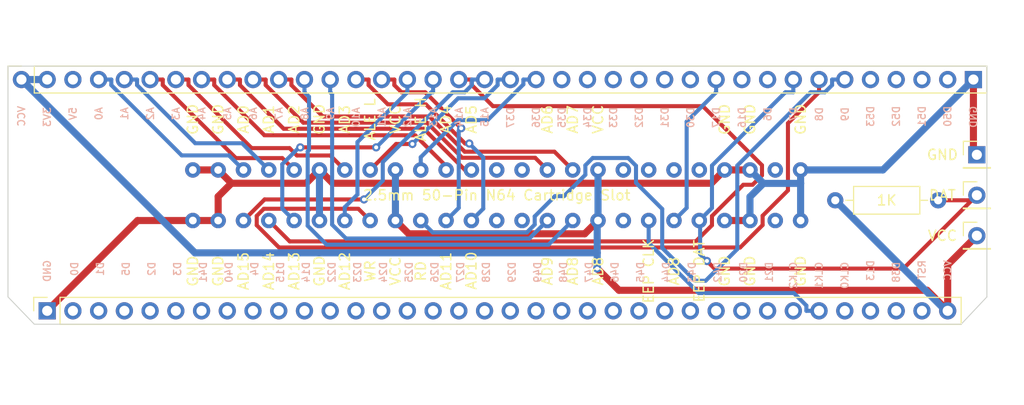
<source format=kicad_pcb>
(kicad_pcb (version 20211014) (generator pcbnew)
  (title_block (title "OSCR N64 ADAPTER") (date "2021-10-31") (rev "V1"))
  (layers (0 "F.Cu" signal) (31 "B.Cu" signal) (34 "B.Paste" user) (35 "F.Paste" user) (36 "B.SilkS" user "B.Silkscreen") (37 "F.SilkS" user "F.Silkscreen") (38 "B.Mask" user) (39 "F.Mask" user) (44 "Edge.Cuts" user))
  (net 0 "")
  (net 1 "D30")
  (net 2 "D31")
  (net 3 "D28")
  (net 4 "D29")
  (net 5 "D26")
  (net 6 "D27")
  (net 7 "D24")
  (net 8 "D25")
  (net 9 "D22")
  (net 10 "D23")
  (net 15 "D17")
  (net 16 "D14")
  (net 17 "D15")
  (net 20 "D8")
  (net 21 "D9")
  (net 22 "D6")
  (net 23 "D7")
  (net 24 "D4")
  (net 26 "D2")
  (net 27 "D3")
  (net 31 "VCC")
  (net 32 "GND")
  (net 33 "D46")
  (net 34 "D47")
  (net 35 "D44")
  (net 36 "D45")
  (net 37 "D42")
  (net 38 "D43")
  (net 40 "+5V")
  (net 41 "D36")
  (net 42 "D37")
  (net 43 "D34")
  (net 44 "D32")
  (net 45 "D33")
  (net 46 "A14")
  (net 47 "A15")
  (net 48 "A12")
  (net 49 "A13")
  (net 50 "A10")
  (net 51 "A11")
  (net 52 "A8")
  (net 53 "A9")
  (net 54 "A6")
  (net 55 "A7")
  (net 56 "A4")
  (net 57 "A5")
  (net 58 "A2")
  (net 59 "A3")
  (net 60 "A0")
  (net 61 "A1")
  (net 62 "D35")
  (net 63 "D16")
  (net 64 "D53")
  (net 65 "D52")
  (net 66 "D51")
  (net 67 "D49")
  (net 68 "D48")
  (net 69 "CLK2")
  (net 70 "CLK1")
  (net 71 "CLK0")
  (net 72 "D50")
  (net 73 "D0")
  (net 74 "D1")
  (net 75 "D5")
  (net 76 "D41")
  (net 77 "D40")
  (net 78 "D20")
  (net 79 "D21")
  (net 80 "D13")
  (net 81 "D38")
  (net 82 "RESET")
  (footprint "!sanni:N64 Slot" (layer "F.Cu") (at 119.48 95.33)
    (fp_text reference "J1" hide)
    (fp_text value "N64_Slot")
    (pad "1" thru_hole circle (at 0 0) (size 1.524 1.524) (drill 0.762) (layers *.Cu *.Mask) (net 32 "GND"))
    (pad "2" thru_hole circle (at 2.5 0) (size 1.524 1.524) (drill 0.762) (layers *.Cu *.Mask) (net 32 "GND"))
    (pad "3" thru_hole circle (at 5 0) (size 1.524 1.524) (drill 0.762) (layers *.Cu *.Mask) (net 47 "A15"))
    (pad "4" thru_hole circle (at 7.5 0) (size 1.524 1.524) (drill 0.762) (layers *.Cu *.Mask) (net 46 "A14"))
    (pad "5" thru_hole circle (at 10 0) (size 1.524 1.524) (drill 0.762) (layers *.Cu *.Mask) (net 49 "A13"))
    (pad "6" thru_hole circle (at 12.5 0) (size 1.524 1.524) (drill 0.762) (layers *.Cu *.Mask) (net 32 "GND"))
    (pad "7" thru_hole circle (at 15 0) (size 1.524 1.524) (drill 0.762) (layers *.Cu *.Mask) (net 48 "A12"))
    (pad "8" thru_hole circle (at 17.5 0) (size 1.524 1.524) (drill 0.762) (layers *.Cu *.Mask) (net 20 "D8"))
    (pad "9" thru_hole circle (at 20 0) (size 1.524 1.524) (drill 0.762) (layers *.Cu *.Mask) (net 31 "VCC"))
    (pad "10" thru_hole circle (at 22.5 0) (size 1.524 1.524) (drill 0.762) (layers *.Cu *.Mask) (net 21 "D9"))
    (pad "11" thru_hole circle (at 25 0) (size 1.524 1.524) (drill 0.762) (layers *.Cu *.Mask) (net 51 "A11"))
    (pad "12" thru_hole circle (at 27.5 0) (size 1.524 1.524) (drill 0.762) (layers *.Cu *.Mask) (net 50 "A10"))
    (pad "13" thru_hole circle (at 30 0) (size 1.524 1.524) (drill 0.762) (layers *.Cu *.Mask))
    (pad "14" thru_hole circle (at 32.5 0) (size 1.524 1.524) (drill 0.762) (layers *.Cu *.Mask))
    (pad "15" thru_hole circle (at 35 0) (size 1.524 1.524) (drill 0.762) (layers *.Cu *.Mask) (net 53 "A9"))
    (pad "16" thru_hole circle (at 37.5 0) (size 1.524 1.524) (drill 0.762) (layers *.Cu *.Mask) (net 52 "A8"))
    (pad "17" thru_hole circle (at 40 0) (size 1.524 1.524) (drill 0.762) (layers *.Cu *.Mask) (net 31 "VCC"))
    (pad "18" thru_hole circle (at 42.5 0) (size 1.524 1.524) (drill 0.762) (layers *.Cu *.Mask))
    (pad "19" thru_hole circle (at 45 0) (size 1.524 1.524) (drill 0.762) (layers *.Cu *.Mask) (net 70 "CLK1"))
    (pad "20" thru_hole circle (at 47.5 0) (size 1.524 1.524) (drill 0.762) (layers *.Cu *.Mask) (net 15 "D17"))
    (pad "21" thru_hole circle (at 50 0) (size 1.524 1.524) (drill 0.762) (layers *.Cu *.Mask) (net 23 "D7"))
    (pad "22" thru_hole circle (at 52.5 0) (size 1.524 1.524) (drill 0.762) (layers *.Cu *.Mask) (net 32 "GND"))
    (pad "23" thru_hole circle (at 55 0) (size 1.524 1.524) (drill 0.762) (layers *.Cu *.Mask) (net 32 "GND"))
    (pad "24" thru_hole circle (at 57.5 0) (size 1.524 1.524) (drill 0.762) (layers *.Cu *.Mask))
    (pad "25" thru_hole circle (at 60 0) (size 1.524 1.524) (drill 0.762) (layers *.Cu *.Mask) (net 32 "GND"))
    (pad "26" thru_hole circle (at 0 -5) (size 1.524 1.524) (drill 0.762) (layers *.Cu *.Mask) (net 32 "GND"))
    (pad "27" thru_hole circle (at 2.5 -5) (size 1.524 1.524) (drill 0.762) (layers *.Cu *.Mask) (net 32 "GND"))
    (pad "28" thru_hole circle (at 5 -5) (size 1.524 1.524) (drill 0.762) (layers *.Cu *.Mask) (net 60 "A0"))
    (pad "29" thru_hole circle (at 7.5 -5) (size 1.524 1.524) (drill 0.762) (layers *.Cu *.Mask) (net 61 "A1"))
    (pad "30" thru_hole circle (at 10 -5) (size 1.524 1.524) (drill 0.762) (layers *.Cu *.Mask) (net 58 "A2"))
    (pad "31" thru_hole circle (at 12.5 -5) (size 1.524 1.524) (drill 0.762) (layers *.Cu *.Mask) (net 32 "GND"))
    (pad "32" thru_hole circle (at 15 -5) (size 1.524 1.524) (drill 0.762) (layers *.Cu *.Mask) (net 59 "A3"))
    (pad "33" thru_hole circle (at 17.5 -5) (size 1.524 1.524) (drill 0.762) (layers *.Cu *.Mask) (net 42 "D37"))
    (pad "34" thru_hole circle (at 20 -5) (size 1.524 1.524) (drill 0.762) (layers *.Cu *.Mask) (net 31 "VCC"))
    (pad "35" thru_hole circle (at 22.5 -5) (size 1.524 1.524) (drill 0.762) (layers *.Cu *.Mask) (net 41 "D36"))
    (pad "36" thru_hole circle (at 25 -5) (size 1.524 1.524) (drill 0.762) (layers *.Cu *.Mask) (net 56 "A4"))
    (pad "37" thru_hole circle (at 27.5 -5) (size 1.524 1.524) (drill 0.762) (layers *.Cu *.Mask) (net 57 "A5"))
    (pad "38" thru_hole circle (at 30 -5) (size 1.524 1.524) (drill 0.762) (layers *.Cu *.Mask))
    (pad "39" thru_hole circle (at 32.5 -5) (size 1.524 1.524) (drill 0.762) (layers *.Cu *.Mask))
    (pad "40" thru_hole circle (at 35 -5) (size 1.524 1.524) (drill 0.762) (layers *.Cu *.Mask) (net 54 "A6"))
    (pad "41" thru_hole circle (at 37.5 -5) (size 1.524 1.524) (drill 0.762) (layers *.Cu *.Mask) (net 55 "A7"))
    (pad "42" thru_hole circle (at 40 -5) (size 1.524 1.524) (drill 0.762) (layers *.Cu *.Mask) (net 31 "VCC"))
    (pad "43" thru_hole circle (at 42.5 -5) (size 1.524 1.524) (drill 0.762) (layers *.Cu *.Mask))
    (pad "44" thru_hole circle (at 45 -5) (size 1.524 1.524) (drill 0.762) (layers *.Cu *.Mask))
    (pad "45" thru_hole circle (at 47.5 -5) (size 1.524 1.524) (drill 0.762) (layers *.Cu *.Mask))
    (pad "46" thru_hole circle (at 50 -5) (size 1.524 1.524) (drill 0.762) (layers *.Cu *.Mask))
    (pad "47" thru_hole circle (at 52.5 -5) (size 1.524 1.524) (drill 0.762) (layers *.Cu *.Mask) (net 32 "GND"))
    (pad "48" thru_hole circle (at 55 -5) (size 1.524 1.524) (drill 0.762) (layers *.Cu *.Mask) (net 32 "GND"))
    (pad "49" thru_hole circle (at 57.5 -5) (size 1.524 1.524) (drill 0.762) (layers *.Cu *.Mask))
    (pad "50" thru_hole circle (at 60 -5) (size 1.524 1.524) (drill 0.762) (layers *.Cu *.Mask) (net 32 "GND"))
  )
  (footprint "Connector_PinSocket_2.54mm:PinSocket_1x36_P2.54mm_Vertical" (layer "F.Cu") (at 105.1 104.255 90)
    (fp_text reference "J3")
    (fp_text value "CART SLOT BOTTOM ROW")
    (fp_line (start 1.33 1.27) (end 1.33 90.23) (layer "F.SilkS") (width 0.12))
    (fp_line (start -1.33 1.27) (end -1.33 90.23) (layer "F.SilkS") (width 0.12))
    (fp_line (start -1.33 90.23) (end 1.33 90.23) (layer "F.SilkS") (width 0.12))
    (fp_line (start 0 -1.33) (end 1.33 -1.33) (layer "F.SilkS") (width 0.12))
    (fp_line (start 1.33 -1.33) (end 1.33 0) (layer "F.SilkS") (width 0.12))
    (fp_line (start -1.33 1.27) (end 1.33 1.27) (layer "F.SilkS") (width 0.12))
    (pad "1" thru_hole rect locked (at 0 0 90) (size 1.7 1.7) (drill 1) (layers *.Cu *.Mask) (net 32 "GND"))
    (pad "2" thru_hole oval locked (at 0 2.54 90) (size 1.7 1.7) (drill 1) (layers *.Cu *.Mask) (net 73 "D0"))
    (pad "3" thru_hole oval locked (at 0 5.08 90) (size 1.7 1.7) (drill 1) (layers *.Cu *.Mask) (net 74 "D1"))
    (pad "4" thru_hole oval locked (at 0 7.62 90) (size 1.7 1.7) (drill 1) (layers *.Cu *.Mask) (net 75 "D5"))
    (pad "5" thru_hole oval locked (at 0 10.16 90) (size 1.7 1.7) (drill 1) (layers *.Cu *.Mask) (net 26 "D2"))
    (pad "6" thru_hole oval locked (at 0 12.7 90) (size 1.7 1.7) (drill 1) (layers *.Cu *.Mask) (net 27 "D3"))
    (pad "7" thru_hole oval locked (at 0 15.24 90) (size 1.7 1.7) (drill 1) (layers *.Cu *.Mask) (net 76 "D41"))
    (pad "8" thru_hole oval locked (at 0 17.78 90) (size 1.7 1.7) (drill 1) (layers *.Cu *.Mask) (net 77 "D40"))
    (pad "9" thru_hole oval locked (at 0 20.32 90) (size 1.7 1.7) (drill 1) (layers *.Cu *.Mask) (net 24 "D4"))
    (pad "10" thru_hole oval locked (at 0 22.86 90) (size 1.7 1.7) (drill 1) (layers *.Cu *.Mask) (net 17 "D15"))
    (pad "11" thru_hole oval locked (at 0 25.4 90) (size 1.7 1.7) (drill 1) (layers *.Cu *.Mask) (net 16 "D14"))
    (pad "12" thru_hole oval locked (at 0 27.94 90) (size 1.7 1.7) (drill 1) (layers *.Cu *.Mask) (net 9 "D22"))
    (pad "13" thru_hole oval locked (at 0 30.48 90) (size 1.7 1.7) (drill 1) (layers *.Cu *.Mask) (net 10 "D23"))
    (pad "14" thru_hole oval locked (at 0 33.02 90) (size 1.7 1.7) (drill 1) (layers *.Cu *.Mask) (net 7 "D24"))
    (pad "15" thru_hole oval locked (at 0 35.56 90) (size 1.7 1.7) (drill 1) (layers *.Cu *.Mask) (net 8 "D25"))
    (pad "16" thru_hole oval locked (at 0 38.1 90) (size 1.7 1.7) (drill 1) (layers *.Cu *.Mask) (net 5 "D26"))
    (pad "17" thru_hole oval locked (at 0 40.64 90) (size 1.7 1.7) (drill 1) (layers *.Cu *.Mask) (net 6 "D27"))
    (pad "18" thru_hole oval locked (at 0 43.18 90) (size 1.7 1.7) (drill 1) (layers *.Cu *.Mask) (net 3 "D28"))
    (pad "19" thru_hole oval locked (at 0 45.72 90) (size 1.7 1.7) (drill 1) (layers *.Cu *.Mask) (net 4 "D29"))
    (pad "20" thru_hole oval locked (at 0 48.26 90) (size 1.7 1.7) (drill 1) (layers *.Cu *.Mask) (net 67 "D49"))
    (pad "21" thru_hole oval locked (at 0 50.8 90) (size 1.7 1.7) (drill 1) (layers *.Cu *.Mask) (net 68 "D48"))
    (pad "22" thru_hole oval locked (at 0 53.34 90) (size 1.7 1.7) (drill 1) (layers *.Cu *.Mask) (net 34 "D47"))
    (pad "23" thru_hole oval locked (at 0 55.88 90) (size 1.7 1.7) (drill 1) (layers *.Cu *.Mask) (net 33 "D46"))
    (pad "24" thru_hole oval locked (at 0 58.42 90) (size 1.7 1.7) (drill 1) (layers *.Cu *.Mask) (net 36 "D45"))
    (pad "25" thru_hole oval locked (at 0 60.96 90) (size 1.7 1.7) (drill 1) (layers *.Cu *.Mask) (net 35 "D44"))
    (pad "26" thru_hole oval locked (at 0 63.5 90) (size 1.7 1.7) (drill 1) (layers *.Cu *.Mask) (net 38 "D43"))
    (pad "27" thru_hole oval locked (at 0 66.04 90) (size 1.7 1.7) (drill 1) (layers *.Cu *.Mask) (net 37 "D42"))
    (pad "28" thru_hole oval locked (at 0 68.58 90) (size 1.7 1.7) (drill 1) (layers *.Cu *.Mask) (net 78 "D20"))
    (pad "29" thru_hole oval locked (at 0 71.12 90) (size 1.7 1.7) (drill 1) (layers *.Cu *.Mask) (net 79 "D21"))
    (pad "30" thru_hole oval locked (at 0 73.66 90) (size 1.7 1.7) (drill 1) (layers *.Cu *.Mask) (net 69 "CLK2"))
    (pad "31" thru_hole oval locked (at 0 76.2 90) (size 1.7 1.7) (drill 1) (layers *.Cu *.Mask) (net 70 "CLK1"))
    (pad "32" thru_hole oval locked (at 0 78.74 90) (size 1.7 1.7) (drill 1) (layers *.Cu *.Mask) (net 71 "CLK0"))
    (pad "33" thru_hole oval locked (at 0 81.28 90) (size 1.7 1.7) (drill 1) (layers *.Cu *.Mask) (net 80 "D13"))
    (pad "34" thru_hole oval locked (at 0 83.82 90) (size 1.7 1.7) (drill 1) (layers *.Cu *.Mask) (net 81 "D38"))
    (pad "35" thru_hole oval locked (at 0 86.36 90) (size 1.7 1.7) (drill 1) (layers *.Cu *.Mask) (net 82 "RESET"))
    (pad "36" thru_hole oval locked (at 0 88.9 90) (size 1.7 1.7) (drill 1) (layers *.Cu *.Mask) (net 31 "VCC"))
  )
  (footprint "Connector_PinSocket_2.54mm:PinSocket_1x38_P2.54mm_Vertical" (layer "F.Cu") (at 102.56 81.395 90)
    (fp_text reference "J2")
    (fp_text value "CART SLOT TOP ROW")
    (fp_line (start 0 -1.33) (end 1.33 -1.33) (layer "F.SilkS") (width 0.12))
    (fp_line (start -1.33 1.27) (end 1.33 1.27) (layer "F.SilkS") (width 0.12))
    (fp_line (start -1.33 1.27) (end -1.33 95.31) (layer "F.SilkS") (width 0.12))
    (fp_line (start 1.33 -1.33) (end 1.33 0) (layer "F.SilkS") (width 0.12))
    (fp_line (start 1.33 1.27) (end 1.33 95.31) (layer "F.SilkS") (width 0.12))
    (fp_line (start -1.33 95.31) (end 1.33 95.31) (layer "F.SilkS") (width 0.12))
    (pad "1" thru_hole circle locked (at 0 0 90) (size 1.7 1.7) (drill 1) (layers *.Cu *.Mask) (net 31 "VCC"))
    (pad "2" thru_hole oval locked (at 0 2.54 90) (size 1.7 1.7) (drill 1) (layers *.Cu *.Mask) (net 31 "VCC"))
    (pad "3" thru_hole oval locked (at 0 5.08 90) (size 1.7 1.7) (drill 1) (layers *.Cu *.Mask) (net 40 "+5V"))
    (pad "4" thru_hole oval locked (at 0 7.62 90) (size 1.7 1.7) (drill 1) (layers *.Cu *.Mask) (net 60 "A0"))
    (pad "5" thru_hole oval locked (at 0 10.16 90) (size 1.7 1.7) (drill 1) (layers *.Cu *.Mask) (net 61 "A1"))
    (pad "6" thru_hole oval locked (at 0 12.7 90) (size 1.7 1.7) (drill 1) (layers *.Cu *.Mask) (net 58 "A2"))
    (pad "7" thru_hole oval locked (at 0 15.24 90) (size 1.7 1.7) (drill 1) (layers *.Cu *.Mask) (net 59 "A3"))
    (pad "8" thru_hole oval locked (at 0 17.78 90) (size 1.7 1.7) (drill 1) (layers *.Cu *.Mask) (net 56 "A4"))
    (pad "9" thru_hole oval locked (at 0 20.32 90) (size 1.7 1.7) (drill 1) (layers *.Cu *.Mask) (net 57 "A5"))
    (pad "10" thru_hole oval locked (at 0 22.86 90) (size 1.7 1.7) (drill 1) (layers *.Cu *.Mask) (net 54 "A6"))
    (pad "11" thru_hole oval locked (at 0 25.4 90) (size 1.7 1.7) (drill 1) (layers *.Cu *.Mask) (net 55 "A7"))
    (pad "12" thru_hole oval locked (at 0 27.94 90) (size 1.7 1.7) (drill 1) (layers *.Cu *.Mask) (net 52 "A8"))
    (pad "13" thru_hole oval locked (at 0 30.48 90) (size 1.7 1.7) (drill 1) (layers *.Cu *.Mask) (net 53 "A9"))
    (pad "14" thru_hole oval locked (at 0 33.02 90) (size 1.7 1.7) (drill 1) (layers *.Cu *.Mask) (net 50 "A10"))
    (pad "15" thru_hole oval locked (at 0 35.56 90) (size 1.7 1.7) (drill 1) (layers *.Cu *.Mask) (net 51 "A11"))
    (pad "16" thru_hole oval locked (at 0 38.1 90) (size 1.7 1.7) (drill 1) (layers *.Cu *.Mask) (net 48 "A12"))
    (pad "17" thru_hole oval locked (at 0 40.64 90) (size 1.7 1.7) (drill 1) (layers *.Cu *.Mask) (net 49 "A13"))
    (pad "18" thru_hole oval locked (at 0 43.18 90) (size 1.7 1.7) (drill 1) (layers *.Cu *.Mask) (net 46 "A14"))
    (pad "19" thru_hole oval locked (at 0 45.72 90) (size 1.7 1.7) (drill 1) (layers *.Cu *.Mask) (net 47 "A15"))
    (pad "20" thru_hole oval locked (at 0 48.26 90) (size 1.7 1.7) (drill 1) (layers *.Cu *.Mask) (net 42 "D37"))
    (pad "21" thru_hole oval locked (at 0 50.8 90) (size 1.7 1.7) (drill 1) (layers *.Cu *.Mask) (net 41 "D36"))
    (pad "22" thru_hole oval locked (at 0 53.34 90) (size 1.7 1.7) (drill 1) (layers *.Cu *.Mask) (net 62 "D35"))
    (pad "23" thru_hole oval locked (at 0 55.88 90) (size 1.7 1.7) (drill 1) (layers *.Cu *.Mask) (net 43 "D34"))
    (pad "24" thru_hole oval locked (at 0 58.42 90) (size 1.7 1.7) (drill 1) (layers *.Cu *.Mask) (net 45 "D33"))
    (pad "25" thru_hole oval locked (at 0 60.96 90) (size 1.7 1.7) (drill 1) (layers *.Cu *.Mask) (net 44 "D32"))
    (pad "26" thru_hole oval locked (at 0 63.5 90) (size 1.7 1.7) (drill 1) (layers *.Cu *.Mask) (net 2 "D31"))
    (pad "27" thru_hole oval locked (at 0 66.04 90) (size 1.7 1.7) (drill 1) (layers *.Cu *.Mask) (net 1 "D30"))
    (pad "28" thru_hole oval locked (at 0 68.58 90) (size 1.7 1.7) (drill 1) (layers *.Cu *.Mask) (net 15 "D17"))
    (pad "29" thru_hole oval locked (at 0 71.12 90) (size 1.7 1.7) (drill 1) (layers *.Cu *.Mask) (net 63 "D16"))
    (pad "30" thru_hole oval locked (at 0 73.66 90) (size 1.7 1.7) (drill 1) (layers *.Cu *.Mask) (net 22 "D6"))
    (pad "31" thru_hole oval locked (at 0 76.2 90) (size 1.7 1.7) (drill 1) (layers *.Cu *.Mask) (net 23 "D7"))
    (pad "32" thru_hole oval locked (at 0 78.74 90) (size 1.7 1.7) (drill 1) (layers *.Cu *.Mask) (net 20 "D8"))
    (pad "33" thru_hole oval locked (at 0 81.28 90) (size 1.7 1.7) (drill 1) (layers *.Cu *.Mask) (net 21 "D9"))
    (pad "34" thru_hole oval locked (at 0 83.82 90) (size 1.7 1.7) (drill 1) (layers *.Cu *.Mask) (net 64 "D53"))
    (pad "35" thru_hole oval locked (at 0 86.36 90) (size 1.7 1.7) (drill 1) (layers *.Cu *.Mask) (net 65 "D52"))
    (pad "36" thru_hole oval locked (at 0 88.9 90) (size 1.7 1.7) (drill 1) (layers *.Cu *.Mask) (net 66 "D51"))
    (pad "37" thru_hole oval locked (at 0 91.44 90) (size 1.7 1.7) (drill 1) (layers *.Cu *.Mask) (net 72 "D50"))
    (pad "38" thru_hole rect locked (at 0 93.98 90) (size 1.7 1.7) (drill 1) (layers *.Cu *.Mask) (net 32 "GND"))
  )
  (footprint "Resistor_THT:R_Axial_DIN0207_L6.3mm_D2.5mm_P10.16mm_Horizontal" (layer "F.Cu") (at 182.9 93.33)
    (fp_text reference "R1" hide)
    (fp_text value "1K")
    (fp_line (start 1.81 -1.37) (end 1.81 1.37) (layer "F.SilkS") (width 0.12))
    (fp_line (start 1.81 1.37) (end 8.35 1.37) (layer "F.SilkS") (width 0.12))
    (fp_line (start 1.04 0) (end 1.81 0) (layer "F.SilkS") (width 0.12))
    (fp_line (start 8.35 1.37) (end 8.35 -1.37) (layer "F.SilkS") (width 0.12))
    (fp_line (start 9.12 0) (end 8.35 0) (layer "F.SilkS") (width 0.12))
    (fp_line (start 8.35 -1.37) (end 1.81 -1.37) (layer "F.SilkS") (width 0.12))
    (pad "1" thru_hole circle locked (at 0 0) (size 1.6 1.6) (drill 0.8) (layers *.Cu *.Mask) (net 31 "VCC"))
    (pad "2" thru_hole oval locked (at 10.16 0) (size 1.6 1.6) (drill 0.8) (layers *.Cu *.Mask) (net 23 "D7"))
  )
  (footprint "Connector_PinHeader_2.54mm:PinHeader_1x01_P2.54mm_Vertical" (layer "F.Cu") (at 196.88 88.83)
    (fp_text reference "J4" hide)
    (fp_text value "Conn_01x01")
    (fp_line (start -1.33 0) (end -1.33 -1.33) (layer "F.SilkS") (width 0.12))
    (fp_line (start -1.33 1.27) (end 1.33 1.27) (layer "F.SilkS") (width 0.12))
    (fp_line (start -1.33 -1.33) (end 0 -1.33) (layer "F.SilkS") (width 0.12))
    (fp_line (start -1.33 1.33) (end 1.33 1.33) (layer "F.SilkS") (width 0.12))
    (fp_line (start 1.33 1.27) (end 1.33 1.33) (layer "F.SilkS") (width 0.12))
    (fp_line (start -1.33 1.27) (end -1.33 1.33) (layer "F.SilkS") (width 0.12))
    (pad "1" thru_hole rect locked (at 0 0) (size 1.7 1.7) (drill 1) (layers *.Cu *.Mask) (net 32 "GND"))
  )
  (footprint "Connector_PinHeader_2.54mm:PinHeader_1x01_P2.54mm_Vertical" (layer "F.Cu") (at 196.88 96.83)
    (fp_text reference "J6" hide)
    (fp_text value "Conn_01x01")
    (fp_line (start -1.33 1.27) (end -1.33 1.33) (layer "F.SilkS") (width 0.12))
    (fp_line (start -1.33 0) (end -1.33 -1.33) (layer "F.SilkS") (width 0.12))
    (fp_line (start 1.33 1.27) (end 1.33 1.33) (layer "F.SilkS") (width 0.12))
    (fp_line (start -1.33 1.27) (end 1.33 1.27) (layer "F.SilkS") (width 0.12))
    (fp_line (start -1.33 -1.33) (end 0 -1.33) (layer "F.SilkS") (width 0.12))
    (fp_line (start -1.33 1.33) (end 1.33 1.33) (layer "F.SilkS") (width 0.12))
    (pad "1" thru_hole oval locked (at 0 0) (size 1.7 1.7) (drill 1) (layers *.Cu *.Mask) (net 31 "VCC"))
  )
  (footprint "Connector_PinHeader_2.54mm:PinHeader_1x01_P2.54mm_Vertical" (layer "F.Cu") (at 196.88 92.83)
    (fp_text reference "J5" hide)
    (fp_text value "Conn_01x01")
    (fp_line (start -1.33 1.33) (end 1.33 1.33) (layer "F.SilkS") (width 0.12))
    (fp_line (start 1.33 1.27) (end 1.33 1.33) (layer "F.SilkS") (width 0.12))
    (fp_line (start -1.33 1.27) (end -1.33 1.33) (layer "F.SilkS") (width 0.12))
    (fp_line (start -1.33 0) (end -1.33 -1.33) (layer "F.SilkS") (width 0.12))
    (fp_line (start -1.33 -1.33) (end 0 -1.33) (layer "F.SilkS") (width 0.12))
    (fp_line (start -1.33 1.27) (end 1.33 1.27) (layer "F.SilkS") (width 0.12))
    (pad "1" thru_hole circle locked (at 0 0) (size 1.7 1.7) (drill 1) (layers *.Cu *.Mask) (net 23 "D7"))
  )
  (gr_line (start 101.23 80.07) (end 101.23 102.88) (layer "Edge.Cuts") (width 0.1))
  (gr_line (start 197.87 80.07) (end 101.23 80.07) (layer "Edge.Cuts") (width 0.1))
  (gr_line (start 195.33 105.58) (end 197.87 102.88) (layer "Edge.Cuts") (width 0.1))
  (gr_line (start 103.83 105.58) (end 195.33 105.58) (layer "Edge.Cuts") (width 0.1))
  (gr_line (start 197.87 102.88) (end 197.87 80.07) (layer "Edge.Cuts") (width 0.1))
  (gr_line (start 101.23 102.88) (end 103.83 105.58) (layer "Edge.Cuts") (width 0.1))
  (gr_text "D43" (at 168.76 99.345 90) (layer "B.SilkS") (effects (font (size 0.7 0.7) (thickness 0.125)) (justify left mirror)))
  (gr_text "D3" (at 117.96 99.345 90) (layer "B.SilkS") (effects (font (size 0.7 0.7) (thickness 0.125)) (justify left mirror)))
  (gr_text "D1" (at 110.34 99.345 90) (layer "B.SilkS") (effects (font (size 0.7 0.7) (thickness 0.125)) (justify left mirror)))
  (gr_text "D9" (at 183.86 84.055 90) (layer "B.SilkS") (effects (font (size 0.7 0.7) (thickness 0.125)) (justify left mirror)))
  (gr_text "A6" (at 125.44 84.055 90) (layer "B.SilkS") (effects (font (size 0.7 0.7) (thickness 0.125)) (justify left mirror)))
  (gr_text "D48" (at 156.06 99.345 90) (layer "B.SilkS") (effects (font (size 0.7 0.7) (thickness 0.125)) (justify left mirror)))
  (gr_text "D52" (at 188.92 83.935 90) (layer "B.SilkS") (effects (font (size 0.7 0.7) (thickness 0.125)) (justify left mirror)))
  (gr_text "VCC" (at 194 99.175 90) (layer "B.SilkS") (effects (font (size 0.7 0.7) (thickness 0.125)) (justify left mirror)))
  (gr_text "A4" (at 120.36 84.055 90) (layer "B.SilkS") (effects (font (size 0.7 0.7) (thickness 0.125)) (justify left mirror)))
  (gr_text "A2" (at 115.28 84.055 90) (layer "B.SilkS") (effects (font (size 0.7 0.7) (thickness 0.125)) (justify left mirror)))
  (gr_text "D31" (at 166.08 84.055 90) (layer "B.SilkS") (effects (font (size 0.7 0.7) (thickness 0.125)) (justify left mirror)))
  (gr_text "D23" (at 135.74 99.345 90) (layer "B.SilkS") (effects (font (size 0.7 0.7) (thickness 0.125)) (justify left mirror)))
  (gr_text "D7" (at 178.78 84.055 90) (layer "B.SilkS") (effects (font (size 0.7 0.7) (thickness 0.125)) (justify left mirror)))
  (gr_text "D49" (at 153.52 99.345 90) (layer "B.SilkS") (effects (font (size 0.7 0.7) (thickness 0.125)) (justify left mirror)))
  (gr_text "D38" (at 188.92 99.345 90) (layer "B.SilkS") (effects (font (size 0.7 0.7) (thickness 0.125)) (justify left mirror)))
  (gr_text "A10" (at 135.6 84.055 90) (layer "B.SilkS") (effects (font (size 0.7 0.7) (thickness 0.125)) (justify left mirror)))
  (gr_text "D37" (at 150.84 84.055 90) (layer "B.SilkS") (effects (font (size 0.7 0.7) (thickness 0.125)) (justify left mirror)))
  (gr_text "D4" (at 125.58 99.345 90) (layer "B.SilkS") (effects (font (size 0.7 0.7) (thickness 0.125)) (justify left mirror)))
  (gr_text "D32" (at 163.54 84.055 90) (layer "B.SilkS") (effects (font (size 0.7 0.7) (thickness 0.125)) (justify left mirror)))
  (gr_text "D8" (at 181.32 84.055 90) (layer "B.SilkS") (effects (font (size 0.7 0.7) (thickness 0.125)) (justify left mirror)))
  (gr_text "D30" (at 168.62 84.055 90) (layer "B.SilkS") (effects (font (size 0.7 0.7) (thickness 0.125)) (justify left mirror)))
  (gr_text "D29" (at 150.98 99.345 90) (layer "B.SilkS") (effects (font (size 0.7 0.7) (thickness 0.125)) (justify left mirror)))
  (gr_text "RST" (at 191.46 99.175 90) (layer "B.SilkS") (effects (font (size 0.7 0.7) (thickness 0.125)) (justify left mirror)))
  (gr_text "A14" (at 145.76 84.055 90) (layer "B.SilkS") (effects (font (size 0.7 0.7) (thickness 0.125)) (justify left mirror)))
  (gr_text "D2" (at 115.42 99.345 90) (layer "B.SilkS") (effects (font (size 0.7 0.7) (thickness 0.125)) (justify left mirror)))
  (gr_text "D50" (at 194 83.935 90) (layer "B.SilkS") (effects (font (size 0.7 0.7) (thickness 0.125)) (justify left mirror)))
  (gr_text "CLK2" (at 178.76 99.345 90) (layer "B.SilkS") (effects (font (size 0.7 0.7) (thickness 0.125)) (justify left mirror)))
  (gr_text "D14" (at 130.66 99.345 90) (layer "B.SilkS") (effects (font (size 0.7 0.7) (thickness 0.125)) (justify left mirror)))
  (gr_text "3V3" (at 105.1 84.055 90) (layer "B.SilkS") (effects (font (size 0.7 0.7) (thickness 0.125)) (justify left mirror)))
  (gr_text "D47" (at 158.6 99.345 90) (layer "B.SilkS") (effects (font (size 0.7 0.7) (thickness 0.125)) (justify left mirror)))
  (gr_text "D6" (at 176.24 84.055 90) (layer "B.SilkS") (effects (font (size 0.7 0.7) (thickness 0.125)) (justify left mirror)))
  (gr_text "D53" (at 186.38 83.935 90) (layer "B.SilkS") (effects (font (size 0.7 0.7) (thickness 0.125)) (justify left mirror)))
  (gr_text "A0" (at 110.2 84.055 90) (layer "B.SilkS") (effects (font (size 0.7 0.7) (thickness 0.125)) (justify left mirror)))
  (gr_text "D40" (at 123.04 99.345 90) (layer "B.SilkS") (effects (font (size 0.7 0.7) (thickness 0.125)) (justify left mirror)))
  (gr_text "A5" (at 122.9 84.055 90) (layer "B.SilkS") (effects (font (size 0.7 0.7) (thickness 0.125)) (justify left mirror)))
  (gr_text "CLK1" (at 181.3 99.345 90) (layer "B.SilkS") (effects (font (size 0.7 0.7) (thickness 0.125)) (justify left mirror)))
  (gr_text "A1" (at 112.74 84.055 90) (layer "B.SilkS") (effects (font (size 0.7 0.7) (thickness 0.125)) (justify left mirror)))
  (gr_text "D24" (at 138.28 99.345 90) (layer "B.SilkS") (effects (font (size 0.7 0.7) (thickness 0.125)) (justify left mirror)))
  (gr_text "D44" (at 166.22 99.345 90) (layer "B.SilkS") (effects (font (size 0.7 0.7) (thickness 0.125)) (justify left mirror)))
  (gr_text "D22" (at 133.2 99.345 90) (layer "B.SilkS") (effects (font (size 0.7 0.7) (thickness 0.125)) (justify left mirror)))
  (gr_text "A12" (at 140.68 84.055 90) (layer "B.SilkS") (effects (font (size 0.7 0.7) (thickness 0.125)) (justify left mirror)))
  (gr_text "D26" (at 143.36 99.345 90) (layer "B.SilkS") (effects (font (size 0.7 0.7) (thickness 0.125)) (justify left mirror)))
  (gr_text "D42" (at 171.3 99.345 90) (layer "B.SilkS") (effects (font (size 0.7 0.7) (thickness 0.125)) (justify left mirror)))
  (gr_text "VCC" (at 102.56 83.935 90) (layer "B.SilkS") (effects (font (size 0.7 0.7) (thickness 0.125)) (justify left mirror)))
  (gr_text "D5" (at 112.88 99.345 90) (layer "B.SilkS") (effects (font (size 0.7 0.7) (thickness 0.125)) (justify left mirror)))
  (gr_text "A3" (at 117.82 84.055 90) (layer "B.SilkS") (effects (font (size 0.7 0.7) (thickness 0.125)) (justify left mirror)))
  (gr_text "D36" (at 153.38 84.055 90) (layer "B.SilkS") (effects (font (size 0.7 0.7) (thickness 0.125)) (justify left mirror)))
  (gr_text "D51" (at 191.46 83.935 90) (layer "B.SilkS") (effects (font (size 0.7 0.7) (thickness 0.125)) (justify left mirror)))
  (gr_text "D33" (at 161 84.055 90) (layer "B.SilkS") (effects (font (size 0.7 0.7) (thickness 0.125)) (justify left mirror)))
  (gr_text "D34" (at 158.46 84.055 90) (layer "B.SilkS") (effects (font (size 0.7 0.7) (thickness 0.125)) (justify left mirror)))
  (gr_text "D15" (at 128.12 99.345 90) (layer "B.SilkS") (effects (font (size 0.7 0.7) (thickness 0.125)) (justify left mirror)))
  (gr_text "GND" (at 105.1 99.175 90) (layer "B.SilkS") (effects (font (size 0.7 0.7) (thickness 0.125)) (justify left mirror)))
  (gr_text "D28" (at 148.44 99.345 90) (layer "B.SilkS") (effects (font (size 0.7 0.7) (thickness 0.125)) (justify left mirror)))
  (gr_text "D21" (at 176.38 99.345 90) (layer "B.SilkS") (effects (font (size 0.7 0.7) (thickness 0.125)) (justify left mirror)))
  (gr_text "CLK0" (at 183.84 99.345 90) (layer "B.SilkS") (effects (font (size 0.7 0.7) (thickness 0.125)) (justify left mirror)))
  (gr_text "D17" (at 171.16 84.055 90) (layer "B.SilkS") (effects (font (size 0.7 0.7) (thickness 0.125)) (justify left mirror)))
  (gr_text "D41" (at 120.5 99.345 90) (layer "B.SilkS") (effects (font (size 0.7 0.7) (thickness 0.125)) (justify left mirror)))
  (gr_text "A9" (at 133.06 84.055 90) (layer "B.SilkS") (effects (font (size 0.7 0.7) (thickness 0.125)) (justify left mirror)))
  (gr_text "A7" (at 127.98 84.055 90) (layer "B.SilkS") (effects (font (size 0.7 0.7) (thickness 0.125)) (justify left mirror)))
  (gr_text "D27" (at 145.9 99.345 90) (layer "B.SilkS") (effects (font (size 0.7 0.7) (thickness 0.125)) (justify left mirror)))
  (gr_text "GND" (at 196.54 83.935 90) (layer "B.SilkS") (effects (font (size 0.7 0.7) (thickness 0.125)) (justify left mirror)))
  (gr_text "A8" (at 130.52 84.055 90) (layer "B.SilkS") (effects (font (size 0.7 0.7) (thickness 0.125)) (justify left mirror)))
  (gr_text "D46" (at 161.14 99.345 90) (layer "B.SilkS") (effects (font (size 0.7 0.7) (thickness 0.125)) (justify left mirror)))
  (gr_text "A11" (at 138.14 84.055 90) (layer "B.SilkS") (effects (font (size 0.7 0.7) (thickness 0.125)) (justify left mirror)))
  (gr_text "D20" (at 173.84 99.345 90) (layer "B.SilkS") (effects (font (size 0.7 0.7) (thickness 0.125)) (justify left mirror)))
  (gr_text "A13" (at 143.22 84.055 90) (layer "B.SilkS") (effects (font (size 0.7 0.7) (thickness 0.125)) (justify left mirror)))
  (gr_text "D16" (at 173.7 84.055 90) (layer "B.SilkS") (effects (font (size 0.7 0.7) (thickness 0.125)) (justify left mirror)))
  (gr_text "D13" (at 186.38 99.175 90) (layer "B.SilkS") (effects (font (size 0.7 0.7) (thickness 0.125)) (justify left mirror)))
  (gr_text "A15" (at 148.3 84.055 90) (layer "B.SilkS") (effects (font (size 0.7 0.7) (thickness 0.125)) (justify left mirror)))
  (gr_text "D25" (at 140.82 99.345 90) (layer "B.SilkS") (effects (font (size 0.7 0.7) (thickness 0.125)) (justify left mirror)))
  (gr_text "D45" (at 163.68 99.345 90) (layer "B.SilkS") (effects (font (size 0.7 0.7) (thickness 0.125)) (justify left mirror)))
  (gr_text "5V" (at 107.64 84.055 90) (layer "B.SilkS") (effects (font (size 0.7 0.7) (thickness 0.125)) (justify left mirror)))
  (gr_text "D0" (at 107.8 99.345 90) (layer "B.SilkS") (effects (font (size 0.7 0.7) (thickness 0.125)) (justify left mirror)))
  (gr_text "D35" (at 155.92 84.055 90) (layer "B.SilkS") (effects (font (size 0.7 0.7) (thickness 0.125)) (justify left mirror)))
  (gr_text "GND" (at 171.98 100.33 90) (layer "F.SilkS") (effects (font (size 1 1))))
  (gr_text "GND" (at 119.48 100.33 90) (layer "F.SilkS") (effects (font (size 1 1))))
  (gr_text "WR" (at 136.98 100.33 90) (layer "F.SilkS") (effects (font (size 1 1))))
  (gr_text "EEP CLK" (at 164.48 100.33 90) (layer "F.SilkS") (effects (font (size 1 1))))
  (gr_text "VCC" (at 159.48 85.33 90) (layer "F.SilkS") (effects (font (size 1 1))))
  (gr_text "AD8\n" (at 166.98 100.33 90) (layer "F.SilkS") (effects (font (size 1 1))))
  (gr_text "AD4" (at 144.48 85.33 90) (layer "F.SilkS") (effects (font (size 1 1))))
  (gr_text "AD12" (at 134.48 100.33 90) (layer "F.SilkS") (effects (font (size 1 1))))
  (gr_text "2.5mm 50-Pin N64 Cartridge Slot" (at 149.48 92.83) (layer "F.SilkS") (effects (font (size 1 1))))
  (gr_text "AD2" (at 129.48 85.33 90) (layer "F.SilkS") (effects (font (size 1 1))))
  (gr_text "RD" (at 141.98 100.33 90) (layer "F.SilkS") (effects (font (size 1 1))))
  (gr_text "GND" (at 174.48 100.33 90) (layer "F.SilkS") (effects (font (size 1 1))))
  (gr_text "AD11\n" (at 144.48 100.33 90) (layer "F.SilkS") (effects (font (size 1 1))))
  (gr_text "VCC" (at 139.48 100.33 90) (layer "F.SilkS") (effects (font (size 1 1))))
  (gr_text "DAT" (at 193.48 92.83) (layer "F.SilkS") (effects (font (size 1 1))))
  (gr_text "ALE L" (at 136.98 85.33 90) (layer "F.SilkS") (effects (font (size 1 1))))
  (gr_text "AD10" (at 146.972872 100.280597 90) (layer "F.SilkS") (effects (font (size 1 1))))
  (gr_text "AD6" (at 154.48 85.33 90) (layer "F.SilkS") (effects (font (size 1 1))))
  (gr_text "AD8\n" (at 156.98 100.33 90) (layer "F.SilkS") (effects (font (size 1 1))))
  (gr_text "AD5" (at 146.98 85.33 90) (layer "F.SilkS") (effects (font (size 1 1))))
  (gr_text "ALE H" (at 141.98 85.33 90) (layer "F.SilkS") (effects (font (size 1 1))))
  (gr_text "GND" (at 171.98 85.33 90) (layer "F.SilkS") (effects (font (size 1 1))))
  (gr_text "AD7" (at 156.98 85.33 90) (layer "F.SilkS") (effects (font (size 1 1))))
  (gr_text "GND" (at 121.98 85.33 90) (layer "F.SilkS") (effects (font (size 1 1))))
  (gr_text "GND" (at 131.98 100.33 90) (layer "F.SilkS") (effects (font (size 1 1))))
  (gr_text "GND" (at 119.48 85.33 90) (layer "F.SilkS") (effects (font (size 1 1))))
  (gr_text "VCC" (at 193.48 96.83) (layer "F.SilkS") (effects (font (size 1 1))))
  (gr_text "GND" (at 179.48 100.33 90) (layer "F.SilkS") (effects (font (size 1 1))))
  (gr_text "VCC" (at 139.48 85.33 90) (layer "F.SilkS") (effects (font (size 1 1))))
  (gr_text "GND" (at 131.98 85.33 90) (layer "F.SilkS") (effects (font (size 1 1))))
  (gr_text "AD8\n" (at 159.48 100.33 90) (layer "F.SilkS") (effects (font (size 1 1))))
  (gr_text "GND" (at 193.48 88.83) (layer "F.SilkS") (effects (font (size 1 1))))
  (gr_text "AD3" (at 134.48 85.33 90) (layer "F.SilkS") (effects (font (size 1 1))))
  (gr_text "GND" (at 174.48 85.33 90) (layer "F.SilkS") (effects (font (size 1 1))))
  (gr_text "AD15" (at 124.48 100.33 90) (layer "F.SilkS") (effects (font (size 1 1))))
  (gr_text "GND" (at 179.48 85.33 90) (layer "F.SilkS") (effects (font (size 1 1))))
  (gr_text "EEP DAT" (at 169.48 100.33 90) (layer "F.SilkS") (effects (font (size 1 1))))
  (gr_text "AD1" (at 126.98 85.33 90) (layer "F.SilkS") (effects (font (size 1 1))))
  (gr_text "AD0" (at 124.48 85.33 90) (layer "F.SilkS") (effects (font (size 1 1))))
  (gr_text "1K" (at 187.98 93.33) (layer "F.SilkS") (effects (font (size 1 1))))
  (gr_text "AD9" (at 154.48 100.33 90) (layer "F.SilkS") (effects (font (size 1 1))))
  (gr_text "AD13\n" (at 129.48 100.33 90) (layer "F.SilkS") (effects (font (size 1 1))))
  (gr_text "AD14" (at 126.98 100.33 90) (layer "F.SilkS") (effects (font (size 1 1))))
  (gr_text "GND" (at 121.98 100.33 90) (layer "F.SilkS") (effects (font (size 1 1))))
  (segment (start 168.23 94.08) (end 166.98 95.33) (width 0.4) (layer "B.Cu") (net 15))
  (segment (start 171.14 81.395) (end 171.14 82.6453) (width 0.4) (layer "B.Cu") (net 15))
  (segment (start 168.23 85.5553) (end 168.23 94.08) (width 0.4) (layer "B.Cu") (net 15))
  (segment (start 171.14 82.6453) (end 168.23 85.5553) (width 0.4) (layer "B.Cu") (net 15))
  (segment (start 125.7881 95.7969) (end 125.7881 94.871) (width 0.4) (layer "F.Cu") (net 20))
  (segment (start 127.9855 97.9943) (end 125.7881 95.7969) (width 0.4) (layer "F.Cu") (net 20))
  (segment (start 173.5121 97.9943) (end 127.9855 97.9943) (width 0.4) (layer "F.Cu") (net 20))
  (segment (start 178.23 85.7153) (end 178.23 92.3558) (width 0.4) (layer "F.Cu") (net 20))
  (segment (start 181.3 82.6453) (end 178.23 85.7153) (width 0.4) (layer "F.Cu") (net 20))
  (segment (start 181.3 81.395) (end 181.3 82.6453) (width 0.4) (layer "F.Cu") (net 20))
  (segment (start 178.23 92.3558) (end 175.73 94.8558) (width 0.4) (layer "F.Cu") (net 20))
  (segment (start 126.4936 94.1655) (end 135.8155 94.1655) (width 0.4) (layer "F.Cu") (net 20))
  (segment (start 135.8155 94.1655) (end 136.98 95.33) (width 0.4) (layer "F.Cu") (net 20))
  (segment (start 125.7881 94.871) (end 126.4936 94.1655) (width 0.4) (layer "F.Cu") (net 20))
  (segment (start 175.73 95.7764) (end 173.5121 97.9943) (width 0.4) (layer "F.Cu") (net 20))
  (segment (start 175.73 94.8558) (end 175.73 95.7764) (width 0.4) (layer "F.Cu") (net 20))
  (segment (start 169.0607 101.283) (end 165.8176 98.0399) (width 0.4) (layer "B.Cu") (net 21))
  (segment (start 173.23 98.1547) (end 170.1017 101.283) (width 0.4) (layer "B.Cu") (net 21))
  (segment (start 182.5897 81.9421) (end 181.8865 82.6453) (width 0.4) (layer "B.Cu") (net 21))
  (segment (start 156.1239 92.9176) (end 155.2343 92.9176) (width 0.4) (layer "B.Cu") (net 21))
  (segment (start 158.23 89.8718) (end 158.23 90.8115) (width 0.4) (layer "B.Cu") (net 21))
  (segment (start 152.4544 96.5065) (end 143.1565 96.5065) (width 0.4) (layer "B.Cu") (net 21))
  (segment (start 170.1017 101.283) (end 169.0607 101.283) (width 0.4) (layer "B.Cu") (net 21))
  (segment (start 173.23 89.8946) (end 173.23 98.1547) (width 0.4) (layer "B.Cu") (net 21))
  (segment (start 158.23 90.8115) (end 156.1239 92.9176) (width 0.4) (layer "B.Cu") (net 21))
  (segment (start 162.4606 89.1495) (end 158.9523 89.1495) (width 0.4) (layer "B.Cu") (net 21))
  (segment (start 158.9523 89.1495) (end 158.23 89.8718) (width 0.4) (layer "B.Cu") (net 21))
  (segment (start 183.84 81.395) (end 182.5897 81.395) (width 0.4) (layer "B.Cu") (net 21))
  (segment (start 163.23 89.9189) (end 162.4606 89.1495) (width 0.4) (layer "B.Cu") (net 21))
  (segment (start 153.23 94.9219) (end 153.23 95.7309) (width 0.4) (layer "B.Cu") (net 21))
  (segment (start 182.5897 81.395) (end 182.5897 81.9421) (width 0.4) (layer "B.Cu") (net 21))
  (segment (start 153.23 95.7309) (end 152.4544 96.5065) (width 0.4) (layer "B.Cu") (net 21))
  (segment (start 163.23 91.5988) (end 163.23 89.9189) (width 0.4) (layer "B.Cu") (net 21))
  (segment (start 143.1565 96.5065) (end 141.98 95.33) (width 0.4) (layer "B.Cu") (net 21))
  (segment (start 180.4793 82.6453) (end 173.23 89.8946) (width 0.4) (layer "B.Cu") (net 21))
  (segment (start 181.8865 82.6453) (end 180.4793 82.6453) (width 0.4) (layer "B.Cu") (net 21))
  (segment (start 165.8176 94.1864) (end 163.23 91.5988) (width 0.4) (layer "B.Cu") (net 21))
  (segment (start 165.8176 98.0399) (end 165.8176 94.1864) (width 0.4) (layer "B.Cu") (net 21))
  (segment (start 155.2343 92.9176) (end 153.23 94.9219) (width 0.4) (layer "B.Cu") (net 21))
  (segment (start 189.63 100.08) (end 196.88 92.83) (width 0.4) (layer "F.Cu") (net 23))
  (segment (start 170.98 100.08) (end 189.63 100.08) (width 0.4) (layer "F.Cu") (net 23))
  (segment (start 170.23 99.33) (end 170.98 100.08) (width 0.4) (layer "F.Cu") (net 23))
  (segment (start 193.06 93.33) (end 196.38 93.33) (width 0.4) (layer "F.Cu") (net 23))
  (segment (start 196.38 93.33) (end 196.88 92.83) (width 0.4) (layer "F.Cu") (net 23))
  (via (at 170.23 99.33) (size 0.8) (drill 0.4) (layers "F.Cu" "B.Cu") (net 23))
  (segment (start 170.73 94.08) (end 169.48 95.33) (width 0.4) (layer "B.Cu") (net 23))
  (segment (start 170.23 99.33) (end 169.56 98.66) (width 0.4) (layer "B.Cu") (net 23))
  (segment (start 169.56 95.41) (end 169.48 95.33) (width 0.4) (layer "B.Cu") (net 23))
  (segment (start 177.9786 82.6453) (end 170.73 89.8939) (width 0.4) (layer "B.Cu") (net 23))
  (segment (start 170.73 89.8939) (end 170.73 94.08) (width 0.4) (layer "B.Cu") (net 23))
  (segment (start 178.76 81.395) (end 178.76 82.6453) (width 0.4) (layer "B.Cu") (net 23))
  (segment (start 178.76 82.6453) (end 177.9786 82.6453) (width 0.4) (layer "B.Cu") (net 23))
  (segment (start 169.56 98.66) (end 169.56 95.41) (width 0.4) (layer "B.Cu") (net 23))
  (segment (start 139.48 95.33) (end 140.7924 96.6424) (width 0.7) (layer "F.Cu") (net 31))
  (segment (start 191.9706 102.2256) (end 161.5456 102.2256) (width 0.7) (layer "F.Cu") (net 31))
  (segment (start 194 104.255) (end 191.9706 102.2256) (width 0.7) (layer "F.Cu") (net 31))
  (segment (start 194 99.71) (end 196.88 96.83) (width 0.7) (layer "F.Cu") (net 31))
  (segment (start 140.7924 96.6424) (end 158.1676 96.6424) (width 0.7) (layer "F.Cu") (net 31))
  (segment (start 194 104.255) (end 194 99.71) (width 0.7) (layer "F.Cu") (net 31))
  (segment (start 161.5456 102.2256) (end 159.4 100.08) (width 0.7) (layer "F.Cu") (net 31))
  (segment (start 158.1676 96.6424) (end 159.48 95.33) (width 0.7) (layer "F.Cu") (net 31))
  (via (at 159.4 100.08) (size 0.8) (drill 0.4) (layers "F.Cu" "B.Cu") (net 31))
  (segment (start 119.6902 98.5252) (end 159.4 98.5252) (width 0.7) (layer "B.Cu") (net 31))
  (segment (start 139.48 90.33) (end 139.48 95.33) (width 0.7) (layer "B.Cu") (net 31))
  (segment (start 102.56 81.395) (end 119.6902 98.5252) (width 0.7) (layer "B.Cu") (net 31))
  (segment (start 159.4 95.41) (end 159.48 95.33) (width 0.7) (layer "B.Cu") (net 31))
  (segment (start 159.48 95.33) (end 159.48 90.33) (width 0.7) (layer "B.Cu") (net 31))
  (segment (start 159.4 98.5252) (end 159.4 95.41) (width 0.7) (layer "B.Cu") (net 31))
  (segment (start 159.4 100.08) (end 159.4 98.5252) (width 0.7) (layer "B.Cu") (net 31))
  (segment (start 102.56 81.395) (end 105.1 81.395) (width 0.7) (layer "B.Cu") (net 31))
  (segment (start 193.825 104.255) (end 194 104.255) (width 0.7) (layer "B.Cu") (net 31))
  (segment (start 182.9 93.33) (end 193.825 104.255) (width 0.7) (layer "B.Cu") (net 31))
  (segment (start 123.2924 91.6424) (end 130.6676 91.6424) (width 0.7) (layer "F.Cu") (net 32))
  (segment (start 171.98 90.33) (end 170.6676 91.6424) (width 0.7) (layer "F.Cu") (net 32))
  (segment (start 114.025 95.33) (end 119.48 95.33) (width 0.7) (layer "F.Cu") (net 32))
  (segment (start 170.6676 91.6424) (end 133.2924 91.6424) (width 0.7) (layer "F.Cu") (net 32))
  (segment (start 174.48 90.33) (end 171.98 90.33) (width 0.7) (layer "F.Cu") (net 32))
  (segment (start 174.48 95.33) (end 171.98 95.33) (width 0.7) (layer "F.Cu") (net 32))
  (segment (start 121.98 95.33) (end 119.48 95.33) (width 0.7) (layer "F.Cu") (net 32))
  (segment (start 133.2924 91.6424) (end 131.98 90.33) (width 0.7) (layer "F.Cu") (net 32))
  (segment (start 123.2924 91.6424) (end 121.98 92.9548) (width 0.7) (layer "F.Cu") (net 32))
  (segment (start 121.98 90.33) (end 123.2924 91.6424) (width 0.7) (layer "F.Cu") (net 32))
  (segment (start 130.6676 91.6424) (end 131.98 90.33) (width 0.7) (layer "F.Cu") (net 32))
  (segment (start 121.98 90.33) (end 119.48 90.33) (width 0.7) (layer "F.Cu") (net 32))
  (segment (start 196.54 81.395) (end 196.54 88.49) (width 0.7) (layer "F.Cu") (net 32))
  (segment (start 196.54 88.49) (end 196.88 88.83) (width 0.7) (layer "F.Cu") (net 32))
  (segment (start 121.98 92.9548) (end 121.98 95.33) (width 0.7) (layer "F.Cu") (net 32))
  (segment (start 105.1 104.255) (end 114.025 95.33) (width 0.7) (layer "F.Cu") (net 32))
  (segment (start 179.48 91.6581) (end 175.8081 91.6581) (width 0.7) (layer "B.Cu") (net 32))
  (segment (start 196.54 81.395) (end 187.605 90.33) (width 0.7) (layer "B.Cu") (net 32))
  (segment (start 174.48 92.9862) (end 174.48 95.33) (width 0.7) (layer "B.Cu") (net 32))
  (segment (start 179.48 91.6581) (end 179.48 95.33) (width 0.7) (layer "B.Cu") (net 32))
  (segment (start 175.8081 91.6581) (end 174.48 90.33) (width 0.7) (layer "B.Cu") (net 32))
  (segment (start 179.48 90.33) (end 179.48 91.6581) (width 0.7) (layer "B.Cu") (net 32))
  (segment (start 131.98 90.33) (end 131.98 95.33) (width 0.7) (layer "B.Cu") (net 32))
  (segment (start 187.605 90.33) (end 179.48 90.33) (width 0.7) (layer "B.Cu") (net 32))
  (segment (start 175.8081 91.6581) (end 174.48 92.9862) (width 0.7) (layer "B.Cu") (net 32))
  (segment (start 152.1097 81.395) (end 152.1097 81.8773) (width 0.4) (layer "B.Cu") (net 41))
  (segment (start 145.6422 85.405) (end 141.98 89.0672) (width 0.4) (layer "B.Cu") (net 41))
  (segment (start 152.1097 81.8773) (end 148.582 85.405) (width 0.4) (layer "B.Cu") (net 41))
  (segment (start 148.582 85.405) (end 145.6422 85.405) (width 0.4) (layer "B.Cu") (net 41))
  (segment (start 153.36 81.395) (end 152.1097 81.395) (width 0.4) (layer "B.Cu") (net 41))
  (segment (start 141.98 89.0672) (end 141.98 90.33) (width 0.4) (layer "B.Cu") (net 41))
  (segment (start 139.5465 87.7635) (end 136.98 90.33) (width 0.4) (layer "F.Cu") (net 42))
  (segment (start 141.1546 87.7635) (end 139.5465 87.7635) (width 0.4) (layer "F.Cu") (net 42))
  (via (at 141.1546 87.7635) (size 0.8) (drill 0.4) (layers "F.Cu" "B.Cu") (net 42))
  (segment (start 145.6724 83.2457) (end 141.1546 87.7635) (width 0.4) (layer "B.Cu") (net 42))
  (segment (start 149.5697 81.942) (end 148.266 83.2457) (width 0.4) (layer "B.Cu") (net 42))
  (segment (start 150.82 81.395) (end 149.5697 81.395) (width 0.4) (layer "B.Cu") (net 42))
  (segment (start 149.5697 81.395) (end 149.5697 81.942) (width 0.4) (layer "B.Cu") (net 42))
  (segment (start 148.266 83.2457) (end 145.6724 83.2457) (width 0.4) (layer "B.Cu") (net 42))
  (segment (start 169.8245 84.0245) (end 175.6682 89.8682) (width 0.4) (layer "F.Cu") (net 46))
  (segment (start 149.1017 84.0245) (end 169.8245 84.0245) (width 0.4) (layer "F.Cu") (net 46))
  (segment (start 146.9903 81.9131) (end 149.1017 84.0245) (width 0.4) (layer "F.Cu") (net 46))
  (segment (start 169.1316 97.3939) (end 129.0439 97.3939) (width 0.4) (layer "F.Cu") (net 46))
  (segment (start 170.73 94.8863) (end 170.73 95.7955) (width 0.4) (layer "F.Cu") (net 46))
  (segment (start 145.74 81.395) (end 146.9903 81.395) (width 0.4) (layer "F.Cu") (net 46))
  (segment (start 146.9903 81.395) (end 146.9903 81.9131) (width 0.4) (layer "F.Cu") (net 46))
  (segment (start 170.73 95.7955) (end 169.1316 97.3939) (width 0.4) (layer "F.Cu") (net 46))
  (segment (start 175.6682 89.8682) (end 175.6682 90.866) (width 0.4) (layer "F.Cu") (net 46))
  (segment (start 173.8241 91.7922) (end 170.73 94.8863) (width 0.4) (layer "F.Cu") (net 46))
  (segment (start 174.742 91.7922) (end 173.8241 91.7922) (width 0.4) (layer "F.Cu") (net 46))
  (segment (start 175.6682 90.866) (end 174.742 91.7922) (width 0.4) (layer "F.Cu") (net 46))
  (segment (start 129.0439 97.3939) (end 126.98 95.33) (width 0.4) (layer "F.Cu") (net 46))
  (segment (start 126.5641 93.2459) (end 124.48 95.33) (width 0.4) (layer "F.Cu") (net 47))
  (segment (start 136.3743 93.2459) (end 126.5641 93.2459) (width 0.4) (layer "F.Cu") (net 47))
  (via (at 136.3743 93.2459) (size 0.8) (drill 0.4) (layers "F.Cu" "B.Cu") (net 47))
  (segment (start 138.23 91.3902) (end 136.3743 93.2459) (width 0.4) (layer "B.Cu") (net 47))
  (segment (start 147.0297 81.9421) (end 146.3265 82.6453) (width 0.4) (layer "B.Cu") (net 47))
  (segment (start 147.0297 81.395) (end 147.0297 81.9421) (width 0.4) (layer "B.Cu") (net 47))
  (segment (start 146.3265 82.6453) (end 145.1411 82.6453) (width 0.4) (layer "B.Cu") (net 47))
  (segment (start 138.23 89.5564) (end 138.23 91.3902) (width 0.4) (layer "B.Cu") (net 47))
  (segment (start 145.1411 82.6453) (end 138.23 89.5564) (width 0.4) (layer "B.Cu") (net 47))
  (segment (start 148.28 81.395) (end 147.0297 81.395) (width 0.4) (layer "B.Cu") (net 47))
  (segment (start 135.73 92.7585) (end 134.48 94.0085) (width 0.4) (layer "B.Cu") (net 48))
  (segment (start 135.73 87.5753) (end 135.73 92.7585) (width 0.4) (layer "B.Cu") (net 48))
  (segment (start 140.66 82.6453) (end 135.73 87.5753) (width 0.4) (layer "B.Cu") (net 48))
  (segment (start 140.66 81.395) (end 140.66 82.6453) (width 0.4) (layer "B.Cu") (net 48))
  (segment (start 134.48 94.0085) (end 134.48 95.33) (width 0.4) (layer "B.Cu") (net 48))
  (segment (start 130.0856 88.1009) (end 137.5773 88.1009) (width 0.4) (layer "F.Cu") (net 49))
  (via (at 137.5773 88.1009) (size 0.8) (drill 0.4) (layers "F.Cu" "B.Cu") (net 49))
  (via (at 130.0856 88.1009) (size 0.8) (drill 0.4) (layers "F.Cu" "B.Cu") (net 49))
  (segment (start 128.3081 94.1581) (end 129.48 95.33) (width 0.4) (layer "B.Cu") (net 49))
  (segment (start 143.2 82.6453) (end 143.0329 82.6453) (width 0.4) (layer "B.Cu") (net 49))
  (segment (start 128.3081 89.7621) (end 128.3081 94.1581) (width 0.4) (layer "B.Cu") (net 49))
  (segment (start 143.2 81.395) (end 143.2 82.6453) (width 0.4) (layer "B.Cu") (net 49))
  (segment (start 130.0856 88.1009) (end 129.9693 88.1009) (width 0.4) (layer "B.Cu") (net 49))
  (segment (start 143.0329 82.6453) (end 137.5773 88.1009) (width 0.4) (layer "B.Cu") (net 49))
  (segment (start 129.9693 88.1009) (end 128.3081 89.7621) (width 0.4) (layer "B.Cu") (net 49))
  (segment (start 136.8303 81.395) (end 136.8303 81.942) (width 0.4) (layer "F.Cu") (net 50))
  (segment (start 136.8303 81.942) (end 138.7343 83.846) (width 0.4) (layer "F.Cu") (net 50))
  (segment (start 146.355 87.7184) (end 146.7689 87.7184) (width 0.4) (layer "F.Cu") (net 50))
  (segment (start 138.7343 83.846) (end 142.4826 83.846) (width 0.4) (layer "F.Cu") (net 50))
  (segment (start 142.4826 83.846) (end 146.355 87.7184) (width 0.4) (layer "F.Cu") (net 50))
  (segment (start 135.58 81.395) (end 136.8303 81.395) (width 0.4) (layer "F.Cu") (net 50))
  (via (at 146.7689 87.7184) (size 0.8) (drill 0.4) (layers "F.Cu" "B.Cu") (net 50))
  (segment (start 148.1504 89.0999) (end 148.1504 94.1596) (width 0.4) (layer "B.Cu") (net 50))
  (segment (start 146.7689 87.7184) (end 148.1504 89.0999) (width 0.4) (layer "B.Cu") (net 50))
  (segment (start 148.1504 94.1596) (end 146.98 95.33) (width 0.4) (layer "B.Cu") (net 50))
  (segment (start 140.0735 82.6453) (end 142.4136 82.6453) (width 0.4) (layer "F.Cu") (net 51))
  (segment (start 138.12 81.395) (end 139.3703 81.395) (width 0.4) (layer "F.Cu") (net 51))
  (segment (start 142.4136 82.6453) (end 145.9736 86.2053) (width 0.4) (layer "F.Cu") (net 51))
  (segment (start 139.3703 81.395) (end 139.3703 81.9421) (width 0.4) (layer "F.Cu") (net 51))
  (segment (start 139.3703 81.9421) (end 140.0735 82.6453) (width 0.4) (layer "F.Cu") (net 51))
  (via (at 145.9736 86.2053) (size 0.8) (drill 0.4) (layers "F.Cu" "B.Cu") (net 51))
  (segment (start 145.73 94.08) (end 144.48 95.33) (width 0.4) (layer "B.Cu") (net 51))
  (segment (start 145.9736 86.2053) (end 145.73 86.4489) (width 0.4) (layer "B.Cu") (net 51))
  (segment (start 145.73 86.4489) (end 145.73 94.08) (width 0.4) (layer "B.Cu") (net 51))
  (segment (start 130.8167 88.5016) (end 130.9501 88.3682) (width 0.4) (layer "B.Cu") (net 52))
  (segment (start 130.9501 88.3682) (end 130.9501 83.0954) (width 0.4) (layer "B.Cu") (net 52))
  (segment (start 156.98 95.33) (end 154.5944 97.7156) (width 0.4) (layer "B.Cu") (net 52))
  (segment (start 130.8167 95.8501) (end 130.8167 88.5016) (width 0.4) (layer "B.Cu") (net 52))
  (segment (start 154.5944 97.7156) (end 132.6822 97.7156) (width 0.4) (layer "B.Cu") (net 52))
  (segment (start 130.9501 83.0954) (end 130.5 82.6453) (width 0.4) (layer "B.Cu") (net 52))
  (segment (start 132.6822 97.7156) (end 130.8167 95.8501) (width 0.4) (layer "B.Cu") (net 52))
  (segment (start 130.5 81.395) (end 130.5 82.6453) (width 0.4) (layer "B.Cu") (net 52))
  (segment (start 133.04 82.6453) (end 133.23 82.8353) (width 0.4) (layer "B.Cu") (net 53))
  (segment (start 134.6004 97.1069) (end 152.7031 97.1069) (width 0.4) (layer "B.Cu") (net 53))
  (segment (start 133.23 82.8353) (end 133.23 95.7365) (width 0.4) (layer "B.Cu") (net 53))
  (segment (start 133.04 81.395) (end 133.04 82.6453) (width 0.4) (layer "B.Cu") (net 53))
  (segment (start 133.23 95.7365) (end 134.6004 97.1069) (width 0.4) (layer "B.Cu") (net 53))
  (segment (start 152.7031 97.1069) (end 154.48 95.33) (width 0.4) (layer "B.Cu") (net 53))
  (segment (start 130.385 85.6567) (end 142.5955 85.6567) (width 0.4) (layer "F.Cu") (net 54))
  (segment (start 142.5955 85.6567) (end 146.0643 89.1255) (width 0.4) (layer "F.Cu") (net 54))
  (segment (start 126.6703 81.395) (end 126.6703 81.942) (width 0.4) (layer "F.Cu") (net 54))
  (segment (start 146.0643 89.1255) (end 153.2755 89.1255) (width 0.4) (layer "F.Cu") (net 54))
  (segment (start 153.2755 89.1255) (end 154.48 90.33) (width 0.4) (layer "F.Cu") (net 54))
  (segment (start 125.42 81.395) (end 126.6703 81.395) (width 0.4) (layer "F.Cu") (net 54))
  (segment (start 126.6703 81.942) (end 130.385 85.6567) (width 0.4) (layer "F.Cu") (net 54))
  (segment (start 155.1752 88.5252) (end 156.98 90.33) (width 0.4) (layer "F.Cu") (net 55))
  (segment (start 127.96 81.395) (end 129.2103 81.395) (width 0.4) (layer "F.Cu") (net 55))
  (segment (start 132.3149 85.0466) (end 142.8343 85.0466) (width 0.4) (layer "F.Cu") (net 55))
  (segment (start 129.2103 81.395) (end 129.2103 81.942) (width 0.4) (layer "F.Cu") (net 55))
  (segment (start 129.2103 81.942) (end 132.3149 85.0466) (width 0.4) (layer "F.Cu") (net 55))
  (segment (start 146.3129 88.5252) (end 155.1752 88.5252) (width 0.4) (layer "F.Cu") (net 55))
  (segment (start 142.8343 85.0466) (end 146.3129 88.5252) (width 0.4) (layer "F.Cu") (net 55))
  (segment (start 144.48 90.33) (end 144.48 89.9571) (width 0.4) (layer "F.Cu") (net 56))
  (segment (start 126.5542 86.9059) (end 121.5903 81.942) (width 0.4) (layer "F.Cu") (net 56))
  (segment (start 144.48 89.9571) (end 141.4288 86.9059) (width 0.4) (layer "F.Cu") (net 56))
  (segment (start 120.34 81.395) (end 121.5903 81.395) (width 0.4) (layer "F.Cu") (net 56))
  (segment (start 121.5903 81.942) (end 121.5903 81.395) (width 0.4) (layer "F.Cu") (net 56))
  (segment (start 141.4288 86.9059) (end 126.5542 86.9059) (width 0.4) (layer "F.Cu") (net 56))
  (segment (start 142.2699 86.257) (end 146.3429 90.33) (width 0.4) (layer "F.Cu") (net 57))
  (segment (start 124.1303 81.395) (end 124.1303 81.942) (width 0.4) (layer "F.Cu") (net 57))
  (segment (start 128.4453 86.257) (end 142.2699 86.257) (width 0.4) (layer "F.Cu") (net 57))
  (segment (start 146.3429 90.33) (end 146.98 90.33) (width 0.4) (layer "F.Cu") (net 57))
  (segment (start 122.88 81.395) (end 124.1303 81.395) (width 0.4) (layer "F.Cu") (net 57))
  (segment (start 124.1303 81.942) (end 128.4453 86.257) (width 0.4) (layer "F.Cu") (net 57))
  (segment (start 128.3101 89.1601) (end 129.48 90.33) (width 0.4) (layer "F.Cu") (net 58))
  (segment (start 123.7284 89.1601) (end 128.3101 89.1601) (width 0.4) (layer "F.Cu") (net 58))
  (segment (start 116.5103 81.942) (end 123.7284 89.1601) (width 0.4) (layer "F.Cu") (net 58))
  (segment (start 115.26 81.395) (end 116.5103 81.395) (width 0.4) (layer "F.Cu") (net 58))
  (segment (start 116.5103 81.395) (end 116.5103 81.942) (width 0.4) (layer "F.Cu") (net 58))
  (segment (start 125.2815 88.1732) (end 129.0262 88.1732) (width 0.4) (layer "F.Cu") (net 59))
  (segment (start 133.0512 88.9012) (end 134.48 90.33) (width 0.4) (layer "F.Cu") (net 59))
  (segment (start 119.0503 81.395) (end 119.0503 81.942) (width 0.4) (layer "F.Cu") (net 59))
  (segment (start 119.0503 81.942) (end 125.2815 88.1732) (width 0.4) (layer "F.Cu") (net 59))
  (segment (start 129.0262 88.1732) (end 129.7542 88.9012) (width 0.4) (layer "F.Cu") (net 59))
  (segment (start 117.8 81.395) (end 119.0503 81.395) (width 0.4) (layer "F.Cu") (net 59))
  (segment (start 129.7542 88.9012) (end 133.0512 88.9012) (width 0.4) (layer "F.Cu") (net 59))
  (segment (start 118.3833 88.895) (end 123.045 88.895) (width 0.4) (layer "B.Cu") (net 60))
  (segment (start 110.18 81.395) (end 111.4303 81.395) (width 0.4) (layer "B.Cu") (net 60))
  (segment (start 123.045 88.895) (end 124.48 90.33) (width 0.4) (layer "B.Cu") (net 60))
  (segment (start 111.4303 81.395) (end 111.4303 81.942) (width 0.4) (layer "B.Cu") (net 60))
  (segment (start 111.4303 81.942) (end 118.3833 88.895) (width 0.4) (layer "B.Cu") (net 60))
  (segment (start 124.3444 87.6944) (end 126.98 90.33) (width 0.4) (layer "B.Cu") (net 61))
  (segment (start 113.9703 81.395) (end 113.9703 81.942) (width 0.4) (layer "B.Cu") (net 61))
  (segment (start 113.9703 81.942) (end 119.7227 87.6944) (width 0.4) (layer "B.Cu") (net 61))
  (segment (start 112.72 81.395) (end 113.9703 81.395) (width 0.4) (layer "B.Cu") (net 61))
  (segment (start 119.7227 87.6944) (end 124.3444 87.6944) (width 0.4) (layer "B.Cu") (net 61))
  (segment (start 178.8105 102.4977) (end 180.0497 103.7369) (width 0.4) (layer "B.Cu") (net 70))
  (segment (start 169.4263 102.4977) (end 178.8105 102.4977) (width 0.4) (layer "B.Cu") (net 70))
  (segment (start 181.3 104.255) (end 180.0497 104.255) (width 0.4) (layer "B.Cu") (net 70))
  (segment (start 164.48 97.5514) (end 169.4263 102.4977) (width 0.4) (layer "B.Cu") (net 70))
  (segment (start 180.0497 103.7369) (end 180.0497 104.255) (width 0.4) (layer "B.Cu") (net 70))
  (segment (start 164.48 95.33) (end 164.48 97.5514) (width 0.4) (layer "B.Cu") (net 70))
)
</source>
